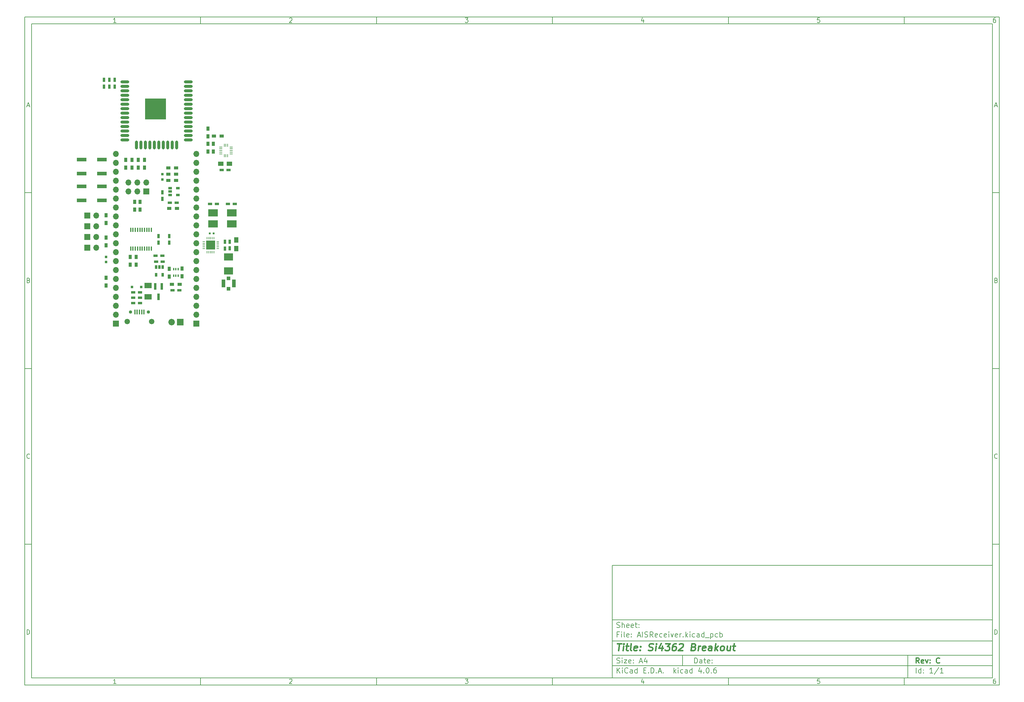
<source format=gbr>
G04 #@! TF.FileFunction,Soldermask,Top*
%FSLAX46Y46*%
G04 Gerber Fmt 4.6, Leading zero omitted, Abs format (unit mm)*
G04 Created by KiCad (PCBNEW 4.0.6) date 09/08/17 15:19:15*
%MOMM*%
%LPD*%
G01*
G04 APERTURE LIST*
%ADD10C,0.150000*%
%ADD11C,0.300000*%
%ADD12C,0.400000*%
%ADD13R,0.750000X1.200000*%
%ADD14R,1.200000X0.750000*%
%ADD15R,1.500000X1.250000*%
%ADD16R,2.500000X2.000000*%
%ADD17R,0.762000X0.685800*%
%ADD18R,1.700000X1.700000*%
%ADD19O,1.700000X1.700000*%
%ADD20R,2.030000X1.650000*%
%ADD21R,0.750000X0.800000*%
%ADD22R,1.850000X1.850000*%
%ADD23C,1.850000*%
%ADD24R,1.250000X1.500000*%
%ADD25R,0.600000X0.500000*%
%ADD26R,1.050000X2.200000*%
%ADD27R,1.000000X1.000000*%
%ADD28R,0.800000X1.900000*%
%ADD29R,0.400000X0.700000*%
%ADD30R,0.900000X1.200000*%
%ADD31R,1.200000X0.900000*%
%ADD32R,2.750000X1.000000*%
%ADD33O,2.500000X0.900000*%
%ADD34O,0.900000X2.500000*%
%ADD35R,6.000000X6.000000*%
%ADD36R,0.650000X1.060000*%
%ADD37R,1.060000X0.650000*%
%ADD38R,0.850000X0.250000*%
%ADD39R,0.250000X0.850000*%
%ADD40R,0.406400X1.270000*%
%ADD41R,0.700000X0.250000*%
%ADD42R,0.250000X0.700000*%
%ADD43R,2.600000X2.600000*%
%ADD44R,2.700000X2.100000*%
%ADD45R,0.400000X1.350000*%
%ADD46C,0.950000*%
%ADD47C,1.550000*%
G04 APERTURE END LIST*
D10*
X177002200Y-166007200D02*
X177002200Y-198007200D01*
X285002200Y-198007200D01*
X285002200Y-166007200D01*
X177002200Y-166007200D01*
X10000000Y-10000000D02*
X10000000Y-200007200D01*
X287002200Y-200007200D01*
X287002200Y-10000000D01*
X10000000Y-10000000D01*
X12000000Y-12000000D02*
X12000000Y-198007200D01*
X285002200Y-198007200D01*
X285002200Y-12000000D01*
X12000000Y-12000000D01*
X60000000Y-12000000D02*
X60000000Y-10000000D01*
X110000000Y-12000000D02*
X110000000Y-10000000D01*
X160000000Y-12000000D02*
X160000000Y-10000000D01*
X210000000Y-12000000D02*
X210000000Y-10000000D01*
X260000000Y-12000000D02*
X260000000Y-10000000D01*
X35990476Y-11588095D02*
X35247619Y-11588095D01*
X35619048Y-11588095D02*
X35619048Y-10288095D01*
X35495238Y-10473810D01*
X35371429Y-10597619D01*
X35247619Y-10659524D01*
X85247619Y-10411905D02*
X85309524Y-10350000D01*
X85433333Y-10288095D01*
X85742857Y-10288095D01*
X85866667Y-10350000D01*
X85928571Y-10411905D01*
X85990476Y-10535714D01*
X85990476Y-10659524D01*
X85928571Y-10845238D01*
X85185714Y-11588095D01*
X85990476Y-11588095D01*
X135185714Y-10288095D02*
X135990476Y-10288095D01*
X135557143Y-10783333D01*
X135742857Y-10783333D01*
X135866667Y-10845238D01*
X135928571Y-10907143D01*
X135990476Y-11030952D01*
X135990476Y-11340476D01*
X135928571Y-11464286D01*
X135866667Y-11526190D01*
X135742857Y-11588095D01*
X135371429Y-11588095D01*
X135247619Y-11526190D01*
X135185714Y-11464286D01*
X185866667Y-10721429D02*
X185866667Y-11588095D01*
X185557143Y-10226190D02*
X185247619Y-11154762D01*
X186052381Y-11154762D01*
X235928571Y-10288095D02*
X235309524Y-10288095D01*
X235247619Y-10907143D01*
X235309524Y-10845238D01*
X235433333Y-10783333D01*
X235742857Y-10783333D01*
X235866667Y-10845238D01*
X235928571Y-10907143D01*
X235990476Y-11030952D01*
X235990476Y-11340476D01*
X235928571Y-11464286D01*
X235866667Y-11526190D01*
X235742857Y-11588095D01*
X235433333Y-11588095D01*
X235309524Y-11526190D01*
X235247619Y-11464286D01*
X285866667Y-10288095D02*
X285619048Y-10288095D01*
X285495238Y-10350000D01*
X285433333Y-10411905D01*
X285309524Y-10597619D01*
X285247619Y-10845238D01*
X285247619Y-11340476D01*
X285309524Y-11464286D01*
X285371429Y-11526190D01*
X285495238Y-11588095D01*
X285742857Y-11588095D01*
X285866667Y-11526190D01*
X285928571Y-11464286D01*
X285990476Y-11340476D01*
X285990476Y-11030952D01*
X285928571Y-10907143D01*
X285866667Y-10845238D01*
X285742857Y-10783333D01*
X285495238Y-10783333D01*
X285371429Y-10845238D01*
X285309524Y-10907143D01*
X285247619Y-11030952D01*
X60000000Y-198007200D02*
X60000000Y-200007200D01*
X110000000Y-198007200D02*
X110000000Y-200007200D01*
X160000000Y-198007200D02*
X160000000Y-200007200D01*
X210000000Y-198007200D02*
X210000000Y-200007200D01*
X260000000Y-198007200D02*
X260000000Y-200007200D01*
X35990476Y-199595295D02*
X35247619Y-199595295D01*
X35619048Y-199595295D02*
X35619048Y-198295295D01*
X35495238Y-198481010D01*
X35371429Y-198604819D01*
X35247619Y-198666724D01*
X85247619Y-198419105D02*
X85309524Y-198357200D01*
X85433333Y-198295295D01*
X85742857Y-198295295D01*
X85866667Y-198357200D01*
X85928571Y-198419105D01*
X85990476Y-198542914D01*
X85990476Y-198666724D01*
X85928571Y-198852438D01*
X85185714Y-199595295D01*
X85990476Y-199595295D01*
X135185714Y-198295295D02*
X135990476Y-198295295D01*
X135557143Y-198790533D01*
X135742857Y-198790533D01*
X135866667Y-198852438D01*
X135928571Y-198914343D01*
X135990476Y-199038152D01*
X135990476Y-199347676D01*
X135928571Y-199471486D01*
X135866667Y-199533390D01*
X135742857Y-199595295D01*
X135371429Y-199595295D01*
X135247619Y-199533390D01*
X135185714Y-199471486D01*
X185866667Y-198728629D02*
X185866667Y-199595295D01*
X185557143Y-198233390D02*
X185247619Y-199161962D01*
X186052381Y-199161962D01*
X235928571Y-198295295D02*
X235309524Y-198295295D01*
X235247619Y-198914343D01*
X235309524Y-198852438D01*
X235433333Y-198790533D01*
X235742857Y-198790533D01*
X235866667Y-198852438D01*
X235928571Y-198914343D01*
X235990476Y-199038152D01*
X235990476Y-199347676D01*
X235928571Y-199471486D01*
X235866667Y-199533390D01*
X235742857Y-199595295D01*
X235433333Y-199595295D01*
X235309524Y-199533390D01*
X235247619Y-199471486D01*
X285866667Y-198295295D02*
X285619048Y-198295295D01*
X285495238Y-198357200D01*
X285433333Y-198419105D01*
X285309524Y-198604819D01*
X285247619Y-198852438D01*
X285247619Y-199347676D01*
X285309524Y-199471486D01*
X285371429Y-199533390D01*
X285495238Y-199595295D01*
X285742857Y-199595295D01*
X285866667Y-199533390D01*
X285928571Y-199471486D01*
X285990476Y-199347676D01*
X285990476Y-199038152D01*
X285928571Y-198914343D01*
X285866667Y-198852438D01*
X285742857Y-198790533D01*
X285495238Y-198790533D01*
X285371429Y-198852438D01*
X285309524Y-198914343D01*
X285247619Y-199038152D01*
X10000000Y-60000000D02*
X12000000Y-60000000D01*
X10000000Y-110000000D02*
X12000000Y-110000000D01*
X10000000Y-160000000D02*
X12000000Y-160000000D01*
X10690476Y-35216667D02*
X11309524Y-35216667D01*
X10566667Y-35588095D02*
X11000000Y-34288095D01*
X11433333Y-35588095D01*
X11092857Y-84907143D02*
X11278571Y-84969048D01*
X11340476Y-85030952D01*
X11402381Y-85154762D01*
X11402381Y-85340476D01*
X11340476Y-85464286D01*
X11278571Y-85526190D01*
X11154762Y-85588095D01*
X10659524Y-85588095D01*
X10659524Y-84288095D01*
X11092857Y-84288095D01*
X11216667Y-84350000D01*
X11278571Y-84411905D01*
X11340476Y-84535714D01*
X11340476Y-84659524D01*
X11278571Y-84783333D01*
X11216667Y-84845238D01*
X11092857Y-84907143D01*
X10659524Y-84907143D01*
X11402381Y-135464286D02*
X11340476Y-135526190D01*
X11154762Y-135588095D01*
X11030952Y-135588095D01*
X10845238Y-135526190D01*
X10721429Y-135402381D01*
X10659524Y-135278571D01*
X10597619Y-135030952D01*
X10597619Y-134845238D01*
X10659524Y-134597619D01*
X10721429Y-134473810D01*
X10845238Y-134350000D01*
X11030952Y-134288095D01*
X11154762Y-134288095D01*
X11340476Y-134350000D01*
X11402381Y-134411905D01*
X10659524Y-185588095D02*
X10659524Y-184288095D01*
X10969048Y-184288095D01*
X11154762Y-184350000D01*
X11278571Y-184473810D01*
X11340476Y-184597619D01*
X11402381Y-184845238D01*
X11402381Y-185030952D01*
X11340476Y-185278571D01*
X11278571Y-185402381D01*
X11154762Y-185526190D01*
X10969048Y-185588095D01*
X10659524Y-185588095D01*
X287002200Y-60000000D02*
X285002200Y-60000000D01*
X287002200Y-110000000D02*
X285002200Y-110000000D01*
X287002200Y-160000000D02*
X285002200Y-160000000D01*
X285692676Y-35216667D02*
X286311724Y-35216667D01*
X285568867Y-35588095D02*
X286002200Y-34288095D01*
X286435533Y-35588095D01*
X286095057Y-84907143D02*
X286280771Y-84969048D01*
X286342676Y-85030952D01*
X286404581Y-85154762D01*
X286404581Y-85340476D01*
X286342676Y-85464286D01*
X286280771Y-85526190D01*
X286156962Y-85588095D01*
X285661724Y-85588095D01*
X285661724Y-84288095D01*
X286095057Y-84288095D01*
X286218867Y-84350000D01*
X286280771Y-84411905D01*
X286342676Y-84535714D01*
X286342676Y-84659524D01*
X286280771Y-84783333D01*
X286218867Y-84845238D01*
X286095057Y-84907143D01*
X285661724Y-84907143D01*
X286404581Y-135464286D02*
X286342676Y-135526190D01*
X286156962Y-135588095D01*
X286033152Y-135588095D01*
X285847438Y-135526190D01*
X285723629Y-135402381D01*
X285661724Y-135278571D01*
X285599819Y-135030952D01*
X285599819Y-134845238D01*
X285661724Y-134597619D01*
X285723629Y-134473810D01*
X285847438Y-134350000D01*
X286033152Y-134288095D01*
X286156962Y-134288095D01*
X286342676Y-134350000D01*
X286404581Y-134411905D01*
X285661724Y-185588095D02*
X285661724Y-184288095D01*
X285971248Y-184288095D01*
X286156962Y-184350000D01*
X286280771Y-184473810D01*
X286342676Y-184597619D01*
X286404581Y-184845238D01*
X286404581Y-185030952D01*
X286342676Y-185278571D01*
X286280771Y-185402381D01*
X286156962Y-185526190D01*
X285971248Y-185588095D01*
X285661724Y-185588095D01*
X200359343Y-193785771D02*
X200359343Y-192285771D01*
X200716486Y-192285771D01*
X200930771Y-192357200D01*
X201073629Y-192500057D01*
X201145057Y-192642914D01*
X201216486Y-192928629D01*
X201216486Y-193142914D01*
X201145057Y-193428629D01*
X201073629Y-193571486D01*
X200930771Y-193714343D01*
X200716486Y-193785771D01*
X200359343Y-193785771D01*
X202502200Y-193785771D02*
X202502200Y-193000057D01*
X202430771Y-192857200D01*
X202287914Y-192785771D01*
X202002200Y-192785771D01*
X201859343Y-192857200D01*
X202502200Y-193714343D02*
X202359343Y-193785771D01*
X202002200Y-193785771D01*
X201859343Y-193714343D01*
X201787914Y-193571486D01*
X201787914Y-193428629D01*
X201859343Y-193285771D01*
X202002200Y-193214343D01*
X202359343Y-193214343D01*
X202502200Y-193142914D01*
X203002200Y-192785771D02*
X203573629Y-192785771D01*
X203216486Y-192285771D02*
X203216486Y-193571486D01*
X203287914Y-193714343D01*
X203430772Y-193785771D01*
X203573629Y-193785771D01*
X204645057Y-193714343D02*
X204502200Y-193785771D01*
X204216486Y-193785771D01*
X204073629Y-193714343D01*
X204002200Y-193571486D01*
X204002200Y-193000057D01*
X204073629Y-192857200D01*
X204216486Y-192785771D01*
X204502200Y-192785771D01*
X204645057Y-192857200D01*
X204716486Y-193000057D01*
X204716486Y-193142914D01*
X204002200Y-193285771D01*
X205359343Y-193642914D02*
X205430771Y-193714343D01*
X205359343Y-193785771D01*
X205287914Y-193714343D01*
X205359343Y-193642914D01*
X205359343Y-193785771D01*
X205359343Y-192857200D02*
X205430771Y-192928629D01*
X205359343Y-193000057D01*
X205287914Y-192928629D01*
X205359343Y-192857200D01*
X205359343Y-193000057D01*
X177002200Y-194507200D02*
X285002200Y-194507200D01*
X178359343Y-196585771D02*
X178359343Y-195085771D01*
X179216486Y-196585771D02*
X178573629Y-195728629D01*
X179216486Y-195085771D02*
X178359343Y-195942914D01*
X179859343Y-196585771D02*
X179859343Y-195585771D01*
X179859343Y-195085771D02*
X179787914Y-195157200D01*
X179859343Y-195228629D01*
X179930771Y-195157200D01*
X179859343Y-195085771D01*
X179859343Y-195228629D01*
X181430772Y-196442914D02*
X181359343Y-196514343D01*
X181145057Y-196585771D01*
X181002200Y-196585771D01*
X180787915Y-196514343D01*
X180645057Y-196371486D01*
X180573629Y-196228629D01*
X180502200Y-195942914D01*
X180502200Y-195728629D01*
X180573629Y-195442914D01*
X180645057Y-195300057D01*
X180787915Y-195157200D01*
X181002200Y-195085771D01*
X181145057Y-195085771D01*
X181359343Y-195157200D01*
X181430772Y-195228629D01*
X182716486Y-196585771D02*
X182716486Y-195800057D01*
X182645057Y-195657200D01*
X182502200Y-195585771D01*
X182216486Y-195585771D01*
X182073629Y-195657200D01*
X182716486Y-196514343D02*
X182573629Y-196585771D01*
X182216486Y-196585771D01*
X182073629Y-196514343D01*
X182002200Y-196371486D01*
X182002200Y-196228629D01*
X182073629Y-196085771D01*
X182216486Y-196014343D01*
X182573629Y-196014343D01*
X182716486Y-195942914D01*
X184073629Y-196585771D02*
X184073629Y-195085771D01*
X184073629Y-196514343D02*
X183930772Y-196585771D01*
X183645058Y-196585771D01*
X183502200Y-196514343D01*
X183430772Y-196442914D01*
X183359343Y-196300057D01*
X183359343Y-195871486D01*
X183430772Y-195728629D01*
X183502200Y-195657200D01*
X183645058Y-195585771D01*
X183930772Y-195585771D01*
X184073629Y-195657200D01*
X185930772Y-195800057D02*
X186430772Y-195800057D01*
X186645058Y-196585771D02*
X185930772Y-196585771D01*
X185930772Y-195085771D01*
X186645058Y-195085771D01*
X187287915Y-196442914D02*
X187359343Y-196514343D01*
X187287915Y-196585771D01*
X187216486Y-196514343D01*
X187287915Y-196442914D01*
X187287915Y-196585771D01*
X188002201Y-196585771D02*
X188002201Y-195085771D01*
X188359344Y-195085771D01*
X188573629Y-195157200D01*
X188716487Y-195300057D01*
X188787915Y-195442914D01*
X188859344Y-195728629D01*
X188859344Y-195942914D01*
X188787915Y-196228629D01*
X188716487Y-196371486D01*
X188573629Y-196514343D01*
X188359344Y-196585771D01*
X188002201Y-196585771D01*
X189502201Y-196442914D02*
X189573629Y-196514343D01*
X189502201Y-196585771D01*
X189430772Y-196514343D01*
X189502201Y-196442914D01*
X189502201Y-196585771D01*
X190145058Y-196157200D02*
X190859344Y-196157200D01*
X190002201Y-196585771D02*
X190502201Y-195085771D01*
X191002201Y-196585771D01*
X191502201Y-196442914D02*
X191573629Y-196514343D01*
X191502201Y-196585771D01*
X191430772Y-196514343D01*
X191502201Y-196442914D01*
X191502201Y-196585771D01*
X194502201Y-196585771D02*
X194502201Y-195085771D01*
X194645058Y-196014343D02*
X195073629Y-196585771D01*
X195073629Y-195585771D02*
X194502201Y-196157200D01*
X195716487Y-196585771D02*
X195716487Y-195585771D01*
X195716487Y-195085771D02*
X195645058Y-195157200D01*
X195716487Y-195228629D01*
X195787915Y-195157200D01*
X195716487Y-195085771D01*
X195716487Y-195228629D01*
X197073630Y-196514343D02*
X196930773Y-196585771D01*
X196645059Y-196585771D01*
X196502201Y-196514343D01*
X196430773Y-196442914D01*
X196359344Y-196300057D01*
X196359344Y-195871486D01*
X196430773Y-195728629D01*
X196502201Y-195657200D01*
X196645059Y-195585771D01*
X196930773Y-195585771D01*
X197073630Y-195657200D01*
X198359344Y-196585771D02*
X198359344Y-195800057D01*
X198287915Y-195657200D01*
X198145058Y-195585771D01*
X197859344Y-195585771D01*
X197716487Y-195657200D01*
X198359344Y-196514343D02*
X198216487Y-196585771D01*
X197859344Y-196585771D01*
X197716487Y-196514343D01*
X197645058Y-196371486D01*
X197645058Y-196228629D01*
X197716487Y-196085771D01*
X197859344Y-196014343D01*
X198216487Y-196014343D01*
X198359344Y-195942914D01*
X199716487Y-196585771D02*
X199716487Y-195085771D01*
X199716487Y-196514343D02*
X199573630Y-196585771D01*
X199287916Y-196585771D01*
X199145058Y-196514343D01*
X199073630Y-196442914D01*
X199002201Y-196300057D01*
X199002201Y-195871486D01*
X199073630Y-195728629D01*
X199145058Y-195657200D01*
X199287916Y-195585771D01*
X199573630Y-195585771D01*
X199716487Y-195657200D01*
X202216487Y-195585771D02*
X202216487Y-196585771D01*
X201859344Y-195014343D02*
X201502201Y-196085771D01*
X202430773Y-196085771D01*
X203002201Y-196442914D02*
X203073629Y-196514343D01*
X203002201Y-196585771D01*
X202930772Y-196514343D01*
X203002201Y-196442914D01*
X203002201Y-196585771D01*
X204002201Y-195085771D02*
X204145058Y-195085771D01*
X204287915Y-195157200D01*
X204359344Y-195228629D01*
X204430773Y-195371486D01*
X204502201Y-195657200D01*
X204502201Y-196014343D01*
X204430773Y-196300057D01*
X204359344Y-196442914D01*
X204287915Y-196514343D01*
X204145058Y-196585771D01*
X204002201Y-196585771D01*
X203859344Y-196514343D01*
X203787915Y-196442914D01*
X203716487Y-196300057D01*
X203645058Y-196014343D01*
X203645058Y-195657200D01*
X203716487Y-195371486D01*
X203787915Y-195228629D01*
X203859344Y-195157200D01*
X204002201Y-195085771D01*
X205145058Y-196442914D02*
X205216486Y-196514343D01*
X205145058Y-196585771D01*
X205073629Y-196514343D01*
X205145058Y-196442914D01*
X205145058Y-196585771D01*
X206502201Y-195085771D02*
X206216487Y-195085771D01*
X206073630Y-195157200D01*
X206002201Y-195228629D01*
X205859344Y-195442914D01*
X205787915Y-195728629D01*
X205787915Y-196300057D01*
X205859344Y-196442914D01*
X205930772Y-196514343D01*
X206073630Y-196585771D01*
X206359344Y-196585771D01*
X206502201Y-196514343D01*
X206573630Y-196442914D01*
X206645058Y-196300057D01*
X206645058Y-195942914D01*
X206573630Y-195800057D01*
X206502201Y-195728629D01*
X206359344Y-195657200D01*
X206073630Y-195657200D01*
X205930772Y-195728629D01*
X205859344Y-195800057D01*
X205787915Y-195942914D01*
X177002200Y-191507200D02*
X285002200Y-191507200D01*
D11*
X264216486Y-193785771D02*
X263716486Y-193071486D01*
X263359343Y-193785771D02*
X263359343Y-192285771D01*
X263930771Y-192285771D01*
X264073629Y-192357200D01*
X264145057Y-192428629D01*
X264216486Y-192571486D01*
X264216486Y-192785771D01*
X264145057Y-192928629D01*
X264073629Y-193000057D01*
X263930771Y-193071486D01*
X263359343Y-193071486D01*
X265430771Y-193714343D02*
X265287914Y-193785771D01*
X265002200Y-193785771D01*
X264859343Y-193714343D01*
X264787914Y-193571486D01*
X264787914Y-193000057D01*
X264859343Y-192857200D01*
X265002200Y-192785771D01*
X265287914Y-192785771D01*
X265430771Y-192857200D01*
X265502200Y-193000057D01*
X265502200Y-193142914D01*
X264787914Y-193285771D01*
X266002200Y-192785771D02*
X266359343Y-193785771D01*
X266716485Y-192785771D01*
X267287914Y-193642914D02*
X267359342Y-193714343D01*
X267287914Y-193785771D01*
X267216485Y-193714343D01*
X267287914Y-193642914D01*
X267287914Y-193785771D01*
X267287914Y-192857200D02*
X267359342Y-192928629D01*
X267287914Y-193000057D01*
X267216485Y-192928629D01*
X267287914Y-192857200D01*
X267287914Y-193000057D01*
X270002200Y-193642914D02*
X269930771Y-193714343D01*
X269716485Y-193785771D01*
X269573628Y-193785771D01*
X269359343Y-193714343D01*
X269216485Y-193571486D01*
X269145057Y-193428629D01*
X269073628Y-193142914D01*
X269073628Y-192928629D01*
X269145057Y-192642914D01*
X269216485Y-192500057D01*
X269359343Y-192357200D01*
X269573628Y-192285771D01*
X269716485Y-192285771D01*
X269930771Y-192357200D01*
X270002200Y-192428629D01*
D10*
X178287914Y-193714343D02*
X178502200Y-193785771D01*
X178859343Y-193785771D01*
X179002200Y-193714343D01*
X179073629Y-193642914D01*
X179145057Y-193500057D01*
X179145057Y-193357200D01*
X179073629Y-193214343D01*
X179002200Y-193142914D01*
X178859343Y-193071486D01*
X178573629Y-193000057D01*
X178430771Y-192928629D01*
X178359343Y-192857200D01*
X178287914Y-192714343D01*
X178287914Y-192571486D01*
X178359343Y-192428629D01*
X178430771Y-192357200D01*
X178573629Y-192285771D01*
X178930771Y-192285771D01*
X179145057Y-192357200D01*
X179787914Y-193785771D02*
X179787914Y-192785771D01*
X179787914Y-192285771D02*
X179716485Y-192357200D01*
X179787914Y-192428629D01*
X179859342Y-192357200D01*
X179787914Y-192285771D01*
X179787914Y-192428629D01*
X180359343Y-192785771D02*
X181145057Y-192785771D01*
X180359343Y-193785771D01*
X181145057Y-193785771D01*
X182287914Y-193714343D02*
X182145057Y-193785771D01*
X181859343Y-193785771D01*
X181716486Y-193714343D01*
X181645057Y-193571486D01*
X181645057Y-193000057D01*
X181716486Y-192857200D01*
X181859343Y-192785771D01*
X182145057Y-192785771D01*
X182287914Y-192857200D01*
X182359343Y-193000057D01*
X182359343Y-193142914D01*
X181645057Y-193285771D01*
X183002200Y-193642914D02*
X183073628Y-193714343D01*
X183002200Y-193785771D01*
X182930771Y-193714343D01*
X183002200Y-193642914D01*
X183002200Y-193785771D01*
X183002200Y-192857200D02*
X183073628Y-192928629D01*
X183002200Y-193000057D01*
X182930771Y-192928629D01*
X183002200Y-192857200D01*
X183002200Y-193000057D01*
X184787914Y-193357200D02*
X185502200Y-193357200D01*
X184645057Y-193785771D02*
X185145057Y-192285771D01*
X185645057Y-193785771D01*
X186787914Y-192785771D02*
X186787914Y-193785771D01*
X186430771Y-192214343D02*
X186073628Y-193285771D01*
X187002200Y-193285771D01*
X263359343Y-196585771D02*
X263359343Y-195085771D01*
X264716486Y-196585771D02*
X264716486Y-195085771D01*
X264716486Y-196514343D02*
X264573629Y-196585771D01*
X264287915Y-196585771D01*
X264145057Y-196514343D01*
X264073629Y-196442914D01*
X264002200Y-196300057D01*
X264002200Y-195871486D01*
X264073629Y-195728629D01*
X264145057Y-195657200D01*
X264287915Y-195585771D01*
X264573629Y-195585771D01*
X264716486Y-195657200D01*
X265430772Y-196442914D02*
X265502200Y-196514343D01*
X265430772Y-196585771D01*
X265359343Y-196514343D01*
X265430772Y-196442914D01*
X265430772Y-196585771D01*
X265430772Y-195657200D02*
X265502200Y-195728629D01*
X265430772Y-195800057D01*
X265359343Y-195728629D01*
X265430772Y-195657200D01*
X265430772Y-195800057D01*
X268073629Y-196585771D02*
X267216486Y-196585771D01*
X267645058Y-196585771D02*
X267645058Y-195085771D01*
X267502201Y-195300057D01*
X267359343Y-195442914D01*
X267216486Y-195514343D01*
X269787914Y-195014343D02*
X268502200Y-196942914D01*
X271073629Y-196585771D02*
X270216486Y-196585771D01*
X270645058Y-196585771D02*
X270645058Y-195085771D01*
X270502201Y-195300057D01*
X270359343Y-195442914D01*
X270216486Y-195514343D01*
X177002200Y-187507200D02*
X285002200Y-187507200D01*
D12*
X178454581Y-188211962D02*
X179597438Y-188211962D01*
X178776010Y-190211962D02*
X179026010Y-188211962D01*
X180014105Y-190211962D02*
X180180771Y-188878629D01*
X180264105Y-188211962D02*
X180156962Y-188307200D01*
X180240295Y-188402438D01*
X180347439Y-188307200D01*
X180264105Y-188211962D01*
X180240295Y-188402438D01*
X180847438Y-188878629D02*
X181609343Y-188878629D01*
X181216486Y-188211962D02*
X181002200Y-189926248D01*
X181073630Y-190116724D01*
X181252201Y-190211962D01*
X181442677Y-190211962D01*
X182395058Y-190211962D02*
X182216487Y-190116724D01*
X182145057Y-189926248D01*
X182359343Y-188211962D01*
X183930772Y-190116724D02*
X183728391Y-190211962D01*
X183347439Y-190211962D01*
X183168867Y-190116724D01*
X183097438Y-189926248D01*
X183192676Y-189164343D01*
X183311724Y-188973867D01*
X183514105Y-188878629D01*
X183895057Y-188878629D01*
X184073629Y-188973867D01*
X184145057Y-189164343D01*
X184121248Y-189354819D01*
X183145057Y-189545295D01*
X184895057Y-190021486D02*
X184978392Y-190116724D01*
X184871248Y-190211962D01*
X184787915Y-190116724D01*
X184895057Y-190021486D01*
X184871248Y-190211962D01*
X185026010Y-188973867D02*
X185109344Y-189069105D01*
X185002200Y-189164343D01*
X184918867Y-189069105D01*
X185026010Y-188973867D01*
X185002200Y-189164343D01*
X187264106Y-190116724D02*
X187537916Y-190211962D01*
X188014106Y-190211962D01*
X188216487Y-190116724D01*
X188323629Y-190021486D01*
X188442678Y-189831010D01*
X188466487Y-189640533D01*
X188395058Y-189450057D01*
X188311725Y-189354819D01*
X188133153Y-189259581D01*
X187764106Y-189164343D01*
X187585535Y-189069105D01*
X187502201Y-188973867D01*
X187430772Y-188783390D01*
X187454582Y-188592914D01*
X187573629Y-188402438D01*
X187680773Y-188307200D01*
X187883154Y-188211962D01*
X188359344Y-188211962D01*
X188633154Y-188307200D01*
X189252201Y-190211962D02*
X189418867Y-188878629D01*
X189502201Y-188211962D02*
X189395058Y-188307200D01*
X189478391Y-188402438D01*
X189585535Y-188307200D01*
X189502201Y-188211962D01*
X189478391Y-188402438D01*
X191228391Y-188878629D02*
X191061725Y-190211962D01*
X190847440Y-188116724D02*
X190192677Y-189545295D01*
X191430773Y-189545295D01*
X192168868Y-188211962D02*
X193406964Y-188211962D01*
X192645059Y-188973867D01*
X192930773Y-188973867D01*
X193109344Y-189069105D01*
X193192677Y-189164343D01*
X193264107Y-189354819D01*
X193204583Y-189831010D01*
X193085534Y-190021486D01*
X192978392Y-190116724D01*
X192776011Y-190211962D01*
X192204583Y-190211962D01*
X192026011Y-190116724D01*
X191942677Y-190021486D01*
X195121249Y-188211962D02*
X194740297Y-188211962D01*
X194537916Y-188307200D01*
X194430773Y-188402438D01*
X194204582Y-188688152D01*
X194061725Y-189069105D01*
X193966487Y-189831010D01*
X194037915Y-190021486D01*
X194121250Y-190116724D01*
X194299821Y-190211962D01*
X194680773Y-190211962D01*
X194883154Y-190116724D01*
X194990296Y-190021486D01*
X195109345Y-189831010D01*
X195168869Y-189354819D01*
X195097439Y-189164343D01*
X195014106Y-189069105D01*
X194835535Y-188973867D01*
X194454583Y-188973867D01*
X194252202Y-189069105D01*
X194145058Y-189164343D01*
X194026011Y-189354819D01*
X196049820Y-188402438D02*
X196156963Y-188307200D01*
X196359345Y-188211962D01*
X196835535Y-188211962D01*
X197014106Y-188307200D01*
X197097439Y-188402438D01*
X197168869Y-188592914D01*
X197145059Y-188783390D01*
X197014106Y-189069105D01*
X195728392Y-190211962D01*
X196966488Y-190211962D01*
X200145059Y-189164343D02*
X200418868Y-189259581D01*
X200502203Y-189354819D01*
X200573631Y-189545295D01*
X200537917Y-189831010D01*
X200418869Y-190021486D01*
X200311726Y-190116724D01*
X200109345Y-190211962D01*
X199347440Y-190211962D01*
X199597440Y-188211962D01*
X200264107Y-188211962D01*
X200442678Y-188307200D01*
X200526011Y-188402438D01*
X200597441Y-188592914D01*
X200573631Y-188783390D01*
X200454583Y-188973867D01*
X200347440Y-189069105D01*
X200145059Y-189164343D01*
X199478392Y-189164343D01*
X201347440Y-190211962D02*
X201514106Y-188878629D01*
X201466487Y-189259581D02*
X201585536Y-189069105D01*
X201692679Y-188973867D01*
X201895059Y-188878629D01*
X202085535Y-188878629D01*
X203359345Y-190116724D02*
X203156964Y-190211962D01*
X202776012Y-190211962D01*
X202597440Y-190116724D01*
X202526011Y-189926248D01*
X202621249Y-189164343D01*
X202740297Y-188973867D01*
X202942678Y-188878629D01*
X203323630Y-188878629D01*
X203502202Y-188973867D01*
X203573630Y-189164343D01*
X203549821Y-189354819D01*
X202573630Y-189545295D01*
X205156964Y-190211962D02*
X205287916Y-189164343D01*
X205216488Y-188973867D01*
X205037916Y-188878629D01*
X204656964Y-188878629D01*
X204454583Y-188973867D01*
X205168869Y-190116724D02*
X204966488Y-190211962D01*
X204490298Y-190211962D01*
X204311726Y-190116724D01*
X204240297Y-189926248D01*
X204264107Y-189735771D01*
X204383154Y-189545295D01*
X204585536Y-189450057D01*
X205061726Y-189450057D01*
X205264107Y-189354819D01*
X206109345Y-190211962D02*
X206359345Y-188211962D01*
X206395060Y-189450057D02*
X206871250Y-190211962D01*
X207037916Y-188878629D02*
X206180773Y-189640533D01*
X208014108Y-190211962D02*
X207835537Y-190116724D01*
X207752202Y-190021486D01*
X207680774Y-189831010D01*
X207752202Y-189259581D01*
X207871250Y-189069105D01*
X207978394Y-188973867D01*
X208180774Y-188878629D01*
X208466488Y-188878629D01*
X208645060Y-188973867D01*
X208728393Y-189069105D01*
X208799821Y-189259581D01*
X208728393Y-189831010D01*
X208609345Y-190021486D01*
X208502203Y-190116724D01*
X208299822Y-190211962D01*
X208014108Y-190211962D01*
X210561726Y-188878629D02*
X210395060Y-190211962D01*
X209704583Y-188878629D02*
X209573631Y-189926248D01*
X209645061Y-190116724D01*
X209823632Y-190211962D01*
X210109346Y-190211962D01*
X210311727Y-190116724D01*
X210418869Y-190021486D01*
X211228393Y-188878629D02*
X211990298Y-188878629D01*
X211597441Y-188211962D02*
X211383155Y-189926248D01*
X211454585Y-190116724D01*
X211633156Y-190211962D01*
X211823632Y-190211962D01*
D10*
X178859343Y-185600057D02*
X178359343Y-185600057D01*
X178359343Y-186385771D02*
X178359343Y-184885771D01*
X179073629Y-184885771D01*
X179645057Y-186385771D02*
X179645057Y-185385771D01*
X179645057Y-184885771D02*
X179573628Y-184957200D01*
X179645057Y-185028629D01*
X179716485Y-184957200D01*
X179645057Y-184885771D01*
X179645057Y-185028629D01*
X180573629Y-186385771D02*
X180430771Y-186314343D01*
X180359343Y-186171486D01*
X180359343Y-184885771D01*
X181716485Y-186314343D02*
X181573628Y-186385771D01*
X181287914Y-186385771D01*
X181145057Y-186314343D01*
X181073628Y-186171486D01*
X181073628Y-185600057D01*
X181145057Y-185457200D01*
X181287914Y-185385771D01*
X181573628Y-185385771D01*
X181716485Y-185457200D01*
X181787914Y-185600057D01*
X181787914Y-185742914D01*
X181073628Y-185885771D01*
X182430771Y-186242914D02*
X182502199Y-186314343D01*
X182430771Y-186385771D01*
X182359342Y-186314343D01*
X182430771Y-186242914D01*
X182430771Y-186385771D01*
X182430771Y-185457200D02*
X182502199Y-185528629D01*
X182430771Y-185600057D01*
X182359342Y-185528629D01*
X182430771Y-185457200D01*
X182430771Y-185600057D01*
X184216485Y-185957200D02*
X184930771Y-185957200D01*
X184073628Y-186385771D02*
X184573628Y-184885771D01*
X185073628Y-186385771D01*
X185573628Y-186385771D02*
X185573628Y-184885771D01*
X186216485Y-186314343D02*
X186430771Y-186385771D01*
X186787914Y-186385771D01*
X186930771Y-186314343D01*
X187002200Y-186242914D01*
X187073628Y-186100057D01*
X187073628Y-185957200D01*
X187002200Y-185814343D01*
X186930771Y-185742914D01*
X186787914Y-185671486D01*
X186502200Y-185600057D01*
X186359342Y-185528629D01*
X186287914Y-185457200D01*
X186216485Y-185314343D01*
X186216485Y-185171486D01*
X186287914Y-185028629D01*
X186359342Y-184957200D01*
X186502200Y-184885771D01*
X186859342Y-184885771D01*
X187073628Y-184957200D01*
X188573628Y-186385771D02*
X188073628Y-185671486D01*
X187716485Y-186385771D02*
X187716485Y-184885771D01*
X188287913Y-184885771D01*
X188430771Y-184957200D01*
X188502199Y-185028629D01*
X188573628Y-185171486D01*
X188573628Y-185385771D01*
X188502199Y-185528629D01*
X188430771Y-185600057D01*
X188287913Y-185671486D01*
X187716485Y-185671486D01*
X189787913Y-186314343D02*
X189645056Y-186385771D01*
X189359342Y-186385771D01*
X189216485Y-186314343D01*
X189145056Y-186171486D01*
X189145056Y-185600057D01*
X189216485Y-185457200D01*
X189359342Y-185385771D01*
X189645056Y-185385771D01*
X189787913Y-185457200D01*
X189859342Y-185600057D01*
X189859342Y-185742914D01*
X189145056Y-185885771D01*
X191145056Y-186314343D02*
X191002199Y-186385771D01*
X190716485Y-186385771D01*
X190573627Y-186314343D01*
X190502199Y-186242914D01*
X190430770Y-186100057D01*
X190430770Y-185671486D01*
X190502199Y-185528629D01*
X190573627Y-185457200D01*
X190716485Y-185385771D01*
X191002199Y-185385771D01*
X191145056Y-185457200D01*
X192359341Y-186314343D02*
X192216484Y-186385771D01*
X191930770Y-186385771D01*
X191787913Y-186314343D01*
X191716484Y-186171486D01*
X191716484Y-185600057D01*
X191787913Y-185457200D01*
X191930770Y-185385771D01*
X192216484Y-185385771D01*
X192359341Y-185457200D01*
X192430770Y-185600057D01*
X192430770Y-185742914D01*
X191716484Y-185885771D01*
X193073627Y-186385771D02*
X193073627Y-185385771D01*
X193073627Y-184885771D02*
X193002198Y-184957200D01*
X193073627Y-185028629D01*
X193145055Y-184957200D01*
X193073627Y-184885771D01*
X193073627Y-185028629D01*
X193645056Y-185385771D02*
X194002199Y-186385771D01*
X194359341Y-185385771D01*
X195502198Y-186314343D02*
X195359341Y-186385771D01*
X195073627Y-186385771D01*
X194930770Y-186314343D01*
X194859341Y-186171486D01*
X194859341Y-185600057D01*
X194930770Y-185457200D01*
X195073627Y-185385771D01*
X195359341Y-185385771D01*
X195502198Y-185457200D01*
X195573627Y-185600057D01*
X195573627Y-185742914D01*
X194859341Y-185885771D01*
X196216484Y-186385771D02*
X196216484Y-185385771D01*
X196216484Y-185671486D02*
X196287912Y-185528629D01*
X196359341Y-185457200D01*
X196502198Y-185385771D01*
X196645055Y-185385771D01*
X197145055Y-186242914D02*
X197216483Y-186314343D01*
X197145055Y-186385771D01*
X197073626Y-186314343D01*
X197145055Y-186242914D01*
X197145055Y-186385771D01*
X197859341Y-186385771D02*
X197859341Y-184885771D01*
X198002198Y-185814343D02*
X198430769Y-186385771D01*
X198430769Y-185385771D02*
X197859341Y-185957200D01*
X199073627Y-186385771D02*
X199073627Y-185385771D01*
X199073627Y-184885771D02*
X199002198Y-184957200D01*
X199073627Y-185028629D01*
X199145055Y-184957200D01*
X199073627Y-184885771D01*
X199073627Y-185028629D01*
X200430770Y-186314343D02*
X200287913Y-186385771D01*
X200002199Y-186385771D01*
X199859341Y-186314343D01*
X199787913Y-186242914D01*
X199716484Y-186100057D01*
X199716484Y-185671486D01*
X199787913Y-185528629D01*
X199859341Y-185457200D01*
X200002199Y-185385771D01*
X200287913Y-185385771D01*
X200430770Y-185457200D01*
X201716484Y-186385771D02*
X201716484Y-185600057D01*
X201645055Y-185457200D01*
X201502198Y-185385771D01*
X201216484Y-185385771D01*
X201073627Y-185457200D01*
X201716484Y-186314343D02*
X201573627Y-186385771D01*
X201216484Y-186385771D01*
X201073627Y-186314343D01*
X201002198Y-186171486D01*
X201002198Y-186028629D01*
X201073627Y-185885771D01*
X201216484Y-185814343D01*
X201573627Y-185814343D01*
X201716484Y-185742914D01*
X203073627Y-186385771D02*
X203073627Y-184885771D01*
X203073627Y-186314343D02*
X202930770Y-186385771D01*
X202645056Y-186385771D01*
X202502198Y-186314343D01*
X202430770Y-186242914D01*
X202359341Y-186100057D01*
X202359341Y-185671486D01*
X202430770Y-185528629D01*
X202502198Y-185457200D01*
X202645056Y-185385771D01*
X202930770Y-185385771D01*
X203073627Y-185457200D01*
X203430770Y-186528629D02*
X204573627Y-186528629D01*
X204930770Y-185385771D02*
X204930770Y-186885771D01*
X204930770Y-185457200D02*
X205073627Y-185385771D01*
X205359341Y-185385771D01*
X205502198Y-185457200D01*
X205573627Y-185528629D01*
X205645056Y-185671486D01*
X205645056Y-186100057D01*
X205573627Y-186242914D01*
X205502198Y-186314343D01*
X205359341Y-186385771D01*
X205073627Y-186385771D01*
X204930770Y-186314343D01*
X206930770Y-186314343D02*
X206787913Y-186385771D01*
X206502199Y-186385771D01*
X206359341Y-186314343D01*
X206287913Y-186242914D01*
X206216484Y-186100057D01*
X206216484Y-185671486D01*
X206287913Y-185528629D01*
X206359341Y-185457200D01*
X206502199Y-185385771D01*
X206787913Y-185385771D01*
X206930770Y-185457200D01*
X207573627Y-186385771D02*
X207573627Y-184885771D01*
X207573627Y-185457200D02*
X207716484Y-185385771D01*
X208002198Y-185385771D01*
X208145055Y-185457200D01*
X208216484Y-185528629D01*
X208287913Y-185671486D01*
X208287913Y-186100057D01*
X208216484Y-186242914D01*
X208145055Y-186314343D01*
X208002198Y-186385771D01*
X207716484Y-186385771D01*
X207573627Y-186314343D01*
X177002200Y-181507200D02*
X285002200Y-181507200D01*
X178287914Y-183614343D02*
X178502200Y-183685771D01*
X178859343Y-183685771D01*
X179002200Y-183614343D01*
X179073629Y-183542914D01*
X179145057Y-183400057D01*
X179145057Y-183257200D01*
X179073629Y-183114343D01*
X179002200Y-183042914D01*
X178859343Y-182971486D01*
X178573629Y-182900057D01*
X178430771Y-182828629D01*
X178359343Y-182757200D01*
X178287914Y-182614343D01*
X178287914Y-182471486D01*
X178359343Y-182328629D01*
X178430771Y-182257200D01*
X178573629Y-182185771D01*
X178930771Y-182185771D01*
X179145057Y-182257200D01*
X179787914Y-183685771D02*
X179787914Y-182185771D01*
X180430771Y-183685771D02*
X180430771Y-182900057D01*
X180359342Y-182757200D01*
X180216485Y-182685771D01*
X180002200Y-182685771D01*
X179859342Y-182757200D01*
X179787914Y-182828629D01*
X181716485Y-183614343D02*
X181573628Y-183685771D01*
X181287914Y-183685771D01*
X181145057Y-183614343D01*
X181073628Y-183471486D01*
X181073628Y-182900057D01*
X181145057Y-182757200D01*
X181287914Y-182685771D01*
X181573628Y-182685771D01*
X181716485Y-182757200D01*
X181787914Y-182900057D01*
X181787914Y-183042914D01*
X181073628Y-183185771D01*
X183002199Y-183614343D02*
X182859342Y-183685771D01*
X182573628Y-183685771D01*
X182430771Y-183614343D01*
X182359342Y-183471486D01*
X182359342Y-182900057D01*
X182430771Y-182757200D01*
X182573628Y-182685771D01*
X182859342Y-182685771D01*
X183002199Y-182757200D01*
X183073628Y-182900057D01*
X183073628Y-183042914D01*
X182359342Y-183185771D01*
X183502199Y-182685771D02*
X184073628Y-182685771D01*
X183716485Y-182185771D02*
X183716485Y-183471486D01*
X183787913Y-183614343D01*
X183930771Y-183685771D01*
X184073628Y-183685771D01*
X184573628Y-183542914D02*
X184645056Y-183614343D01*
X184573628Y-183685771D01*
X184502199Y-183614343D01*
X184573628Y-183542914D01*
X184573628Y-183685771D01*
X184573628Y-182757200D02*
X184645056Y-182828629D01*
X184573628Y-182900057D01*
X184502199Y-182828629D01*
X184573628Y-182757200D01*
X184573628Y-182900057D01*
X197002200Y-191507200D02*
X197002200Y-194507200D01*
X261002200Y-191507200D02*
X261002200Y-198007200D01*
D13*
X35624400Y-29818600D03*
X35624400Y-27918600D03*
X34100400Y-29818600D03*
X34100400Y-27918600D03*
D14*
X49235400Y-79603600D03*
X47335400Y-79603600D03*
D13*
X32576400Y-29818600D03*
X32576400Y-27918600D03*
D14*
X52034400Y-87731600D03*
X53934400Y-87731600D03*
D13*
X49174400Y-61757600D03*
X49174400Y-59857600D03*
D15*
X65704400Y-51790600D03*
X68204400Y-51790600D03*
D14*
X53172400Y-62839600D03*
X51272400Y-62839600D03*
X66004400Y-53568600D03*
X67904400Y-53568600D03*
X42758400Y-91414600D03*
X40858400Y-91414600D03*
D13*
X51079400Y-74203600D03*
X51079400Y-72303600D03*
D14*
X47208400Y-77952600D03*
X49108400Y-77952600D03*
X40858400Y-89890600D03*
X42758400Y-89890600D03*
X40858400Y-88366600D03*
X42758400Y-88366600D03*
D13*
X48031400Y-74203600D03*
X48031400Y-72303600D03*
D14*
X62702400Y-63220600D03*
X64602400Y-63220600D03*
X67782400Y-63220600D03*
X69682400Y-63220600D03*
D13*
X66878200Y-75854600D03*
X66878200Y-73954600D03*
X68300600Y-75829200D03*
X68300600Y-73929200D03*
D16*
X67970400Y-82238600D03*
X67970400Y-78238600D03*
D17*
X43129200Y-86842600D03*
X40487600Y-86842600D03*
D18*
X27838400Y-75666600D03*
D19*
X30378400Y-75666600D03*
D18*
X27838400Y-69570600D03*
D19*
X30378400Y-69570600D03*
D18*
X27838400Y-66522600D03*
D19*
X30378400Y-66522600D03*
D18*
X27838400Y-72618600D03*
D19*
X30378400Y-72618600D03*
D20*
X45110400Y-86405600D03*
X45110400Y-89565600D03*
D18*
X35962400Y-97260600D03*
D19*
X35962400Y-94720600D03*
X35962400Y-92180600D03*
X35962400Y-89640600D03*
X35962400Y-87100600D03*
X35962400Y-84560600D03*
X35962400Y-82020600D03*
X35962400Y-79480600D03*
X35962400Y-76940600D03*
X35962400Y-74400600D03*
X35962400Y-71860600D03*
X35962400Y-69320600D03*
X35962400Y-66780600D03*
X35962400Y-64240600D03*
X35962400Y-61700600D03*
X35962400Y-59160600D03*
X35962400Y-56620600D03*
X35962400Y-54080600D03*
X35962400Y-51540600D03*
X35962400Y-49000600D03*
D18*
X58822400Y-97260600D03*
D19*
X58822400Y-94720600D03*
X58822400Y-92180600D03*
X58822400Y-89640600D03*
X58822400Y-87100600D03*
X58822400Y-84560600D03*
X58822400Y-82020600D03*
X58822400Y-79480600D03*
X58822400Y-76940600D03*
X58822400Y-74400600D03*
X58822400Y-71860600D03*
X58822400Y-69320600D03*
X58822400Y-66780600D03*
X58822400Y-64240600D03*
X58822400Y-61700600D03*
X58822400Y-59160600D03*
X58822400Y-56620600D03*
X58822400Y-54080600D03*
X58822400Y-51540600D03*
X58822400Y-49000600D03*
D21*
X33172400Y-78218600D03*
X33172400Y-79718600D03*
X49174400Y-56223600D03*
X49174400Y-54723600D03*
D22*
X54242400Y-96776600D03*
D23*
X51742400Y-96776600D03*
D24*
X70104000Y-73400600D03*
X70104000Y-75900600D03*
D25*
X63694400Y-71602600D03*
X62594400Y-71602600D03*
D26*
X69445400Y-85826600D03*
X66495400Y-85826600D03*
D27*
X67970400Y-87326600D03*
X67970400Y-84326600D03*
D28*
X48981400Y-86612600D03*
X47081400Y-86612600D03*
X48031400Y-89612600D03*
D29*
X53634400Y-81701600D03*
X52984400Y-81701600D03*
X52334400Y-81701600D03*
X52334400Y-83601600D03*
X53634400Y-83601600D03*
X52984400Y-83601600D03*
D30*
X40538400Y-52890600D03*
X40538400Y-50690600D03*
X38760400Y-52890600D03*
X38760400Y-50690600D03*
X42316400Y-50690600D03*
X42316400Y-52890600D03*
D31*
X51884400Y-86080600D03*
X54084400Y-86080600D03*
D30*
X33172400Y-74988600D03*
X33172400Y-72788600D03*
X63652400Y-46118600D03*
X63652400Y-48318600D03*
X44094400Y-50690600D03*
X44094400Y-52890600D03*
D31*
X63822400Y-43916600D03*
X66022400Y-43916600D03*
D30*
X62128400Y-41800600D03*
X62128400Y-44000600D03*
X33172400Y-66438600D03*
X33172400Y-68638600D03*
X33172400Y-86418600D03*
X33172400Y-84218600D03*
D31*
X53322400Y-64490600D03*
X51122400Y-64490600D03*
X50868400Y-54711600D03*
X53068400Y-54711600D03*
X50868400Y-56489600D03*
X53068400Y-56489600D03*
D30*
X62128400Y-48318600D03*
X62128400Y-46118600D03*
X41296400Y-62632600D03*
X41296400Y-64832600D03*
X40030400Y-78249600D03*
X40030400Y-80449600D03*
X41681400Y-78249600D03*
X41681400Y-80449600D03*
X54762400Y-81551600D03*
X54762400Y-83751600D03*
D31*
X53068400Y-52933600D03*
X50868400Y-52933600D03*
D30*
X51079400Y-81678600D03*
X51079400Y-83878600D03*
X42824400Y-64828600D03*
X42824400Y-62628600D03*
D32*
X26233400Y-50552600D03*
X31983400Y-50552600D03*
X31983400Y-54552600D03*
X26233400Y-54552600D03*
X26233400Y-58172600D03*
X31983400Y-58172600D03*
X31983400Y-62172600D03*
X26233400Y-62172600D03*
D33*
X56482400Y-28446600D03*
X56482400Y-29716600D03*
X56482400Y-30986600D03*
X56482400Y-32256600D03*
X56482400Y-33526600D03*
X56482400Y-34796600D03*
X56482400Y-36066600D03*
X56482400Y-37336600D03*
X56482400Y-38606600D03*
X56482400Y-39876600D03*
X56482400Y-41146600D03*
X56482400Y-42416600D03*
X56482400Y-43686600D03*
X56482400Y-44956600D03*
D34*
X53197400Y-46446600D03*
X51927400Y-46446600D03*
X50657400Y-46446600D03*
X49387400Y-46446600D03*
X48117400Y-46446600D03*
X46847400Y-46446600D03*
X45577400Y-46446600D03*
X44307400Y-46446600D03*
X43037400Y-46446600D03*
X41767400Y-46446600D03*
D33*
X38482400Y-44956600D03*
X38482400Y-43686600D03*
X38482400Y-42416600D03*
X38482400Y-41146600D03*
X38482400Y-39876600D03*
X38482400Y-38606600D03*
X38482400Y-37336600D03*
X38482400Y-36066600D03*
X38482400Y-34796600D03*
X38482400Y-33526600D03*
X38482400Y-32256600D03*
X38482400Y-30986600D03*
X38482400Y-29716600D03*
X38482400Y-28446600D03*
D35*
X47182400Y-36146600D03*
D36*
X49235400Y-81170600D03*
X48285400Y-81170600D03*
X47335400Y-81170600D03*
X47335400Y-83370600D03*
X49235400Y-83370600D03*
D37*
X51376400Y-58714600D03*
X51376400Y-59664600D03*
X51376400Y-60614600D03*
X53576400Y-60614600D03*
X53576400Y-58714600D03*
D38*
X68683400Y-48980600D03*
X68683400Y-48480600D03*
X68683400Y-47980600D03*
X68683400Y-47480600D03*
X68683400Y-46980600D03*
D39*
X67708400Y-46505600D03*
X67208400Y-46505600D03*
X66708400Y-46505600D03*
D38*
X65733400Y-46980600D03*
X65733400Y-47480600D03*
X65733400Y-47980600D03*
X65733400Y-48480600D03*
X65733400Y-48980600D03*
D39*
X66708400Y-49455600D03*
X67208400Y-49455600D03*
X67708400Y-49455600D03*
D40*
X45999400Y-70586600D03*
X45364400Y-70586600D03*
X44704000Y-70586600D03*
X44043600Y-70586600D03*
X43408600Y-70586600D03*
X42748200Y-70586600D03*
X42087800Y-70586600D03*
X41452800Y-70586600D03*
X40792400Y-70586600D03*
X40157400Y-70586600D03*
X40157400Y-75920600D03*
X40792400Y-75920600D03*
X41452800Y-75920600D03*
X42087800Y-75920600D03*
X42748200Y-75920600D03*
X43408600Y-75920600D03*
X44043600Y-75920600D03*
X44704000Y-75920600D03*
X45364400Y-75920600D03*
X45999400Y-75920600D03*
D41*
X60947300Y-73915140D03*
X60947300Y-74415140D03*
X60947300Y-74915140D03*
X60947300Y-75415140D03*
X60947300Y-75915140D03*
D42*
X61807600Y-72912240D03*
X62307600Y-72912240D03*
X62807600Y-72912240D03*
X63307600Y-72912240D03*
X63807600Y-72912240D03*
D41*
X64862200Y-73902440D03*
X64862200Y-74402440D03*
X64862200Y-74902440D03*
X64862200Y-75402440D03*
X64862200Y-75902440D03*
D42*
X63820300Y-76885140D03*
X63320300Y-76885140D03*
X62820300Y-76885140D03*
X62320300Y-76885140D03*
X61820300Y-76885140D03*
D43*
X62880240Y-74909680D03*
D44*
X63542400Y-68834600D03*
X68842400Y-68834600D03*
X68842400Y-65734600D03*
X63542400Y-65734600D03*
D18*
X44602400Y-59664600D03*
D19*
X44602400Y-57124600D03*
X42062400Y-59664600D03*
X42062400Y-57124600D03*
X39522400Y-59664600D03*
X39522400Y-57124600D03*
D45*
X41321200Y-93900000D03*
X41971200Y-93900000D03*
X42621200Y-93900000D03*
X43271200Y-93900000D03*
X43921200Y-93900000D03*
D46*
X40121200Y-93900000D03*
X45121200Y-93900000D03*
D47*
X39121200Y-96600000D03*
X46121200Y-96600000D03*
M02*

</source>
